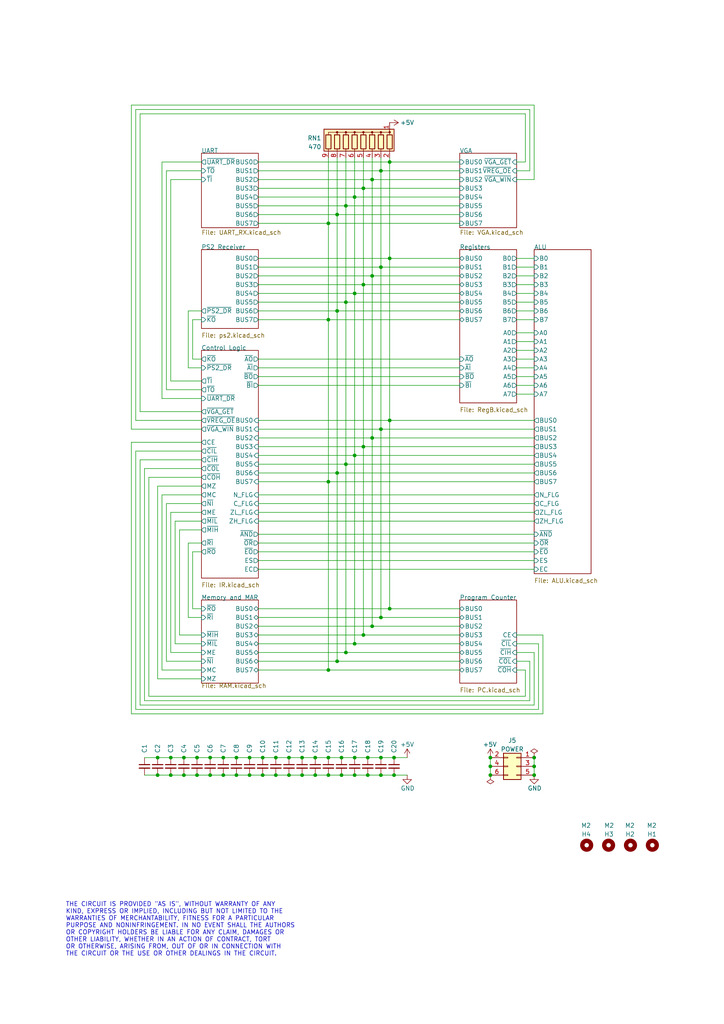
<source format=kicad_sch>
(kicad_sch (version 20250114) (generator "eeschema") (generator_version "9.0")
  (paper "A4" portrait)
  (title_block (title "Minimal 64x4 Home Computer") (date "2025-01-09") (rev "1.4 Redux") (comment 2 "creativecommons.org/licenses/by-nc-sa/4.0/") (comment 3 "This work is licensed under CC BY-NC-SA 4.0") (comment 4 "Author: Carsten Herting (slu4)"))
  (lib_symbols
    (symbol "Connector_Generic:Conn_02x03_Odd_Even" (pin_names (offset 1.016) (hide yes))
      (property "Reference" "J" (at 1.27 5.08 0))
      (property "Value" "Conn_02x03_Odd_Even" (at 1.27 -5.08 0))
      (symbol "Conn_02x03_Odd_Even_1_1"
        (rectangle (start -1.27 3.81) (end 3.81 -3.81) (stroke (width 0.254)) (fill (type background)))
        (rectangle (start -1.27 2.667) (end 0 2.413) (stroke (width 0.1524)))
        (rectangle (start -1.27 0.127) (end 0 -0.127) (stroke (width 0.1524)))
        (rectangle (start -1.27 -2.413) (end 0 -2.667) (stroke (width 0.1524)))
        (rectangle (start 3.81 2.667) (end 2.54 2.413) (stroke (width 0.1524)))
        (rectangle (start 3.81 0.127) (end 2.54 -0.127) (stroke (width 0.1524)))
        (rectangle (start 3.81 -2.413) (end 2.54 -2.667) (stroke (width 0.1524)))
        (pin passive line (at -5.08 2.54 0) (length 3.81) (name "Pin_1") (number "1"))
        (pin passive line (at -5.08 0 0) (length 3.81) (name "Pin_3") (number "3"))
        (pin passive line (at -5.08 -2.54 0) (length 3.81) (name "Pin_5") (number "5"))
        (pin passive line (at 7.62 2.54 180) (length 3.81) (name "Pin_2") (number "2"))
        (pin passive line (at 7.62 0 180) (length 3.81) (name "Pin_4") (number "4"))
        (pin passive line (at 7.62 -2.54 180) (length 3.81) (name "Pin_6") (number "6"))
      )
    )
    (symbol "Device:C_Small" (pin_numbers (hide yes)) (pin_names (offset 0.254) (hide yes))
      (property "Reference" "C" (at 0.254 1.778 0))
      (property "Value" "C_Small" (at 0.254 -2.032 0))
      (symbol "C_Small_0_1"
        (polyline (pts (xy -1.524 0.508) (xy 1.524 0.508)) (stroke (width 0.3048)))
        (polyline (pts (xy -1.524 -0.508) (xy 1.524 -0.508)) (stroke (width 0.3302)))
      )
      (symbol "C_Small_1_1"
        (pin passive line (at 0 2.54 270) (length 2.032) (name "~") (number "1"))
        (pin passive line (at 0 -2.54 90) (length 2.032) (name "~") (number "2"))
      )
    )
    (symbol "Device:R_Network08" (pin_names (offset 0) (hide yes))
      (property "Reference" "RN" (at -12.7 0 90))
      (property "Value" "R_Network08" (at 10.16 0 90))
      (symbol "R_Network08_0_1"
        (rectangle (start -11.43 -3.175) (end 8.89 3.175) (stroke (width 0.254)) (fill (type background)))
        (rectangle (start -10.922 1.524) (end -9.398 -2.54) (stroke (width 0.254)))
        (circle (center -10.16 2.286) (radius 0.254) (fill (type outline)))
        (polyline (pts (xy -10.16 1.524) (xy -10.16 2.286) (xy -7.62 2.286) (xy -7.62 1.524)))
        (polyline (pts (xy -10.16 -2.54) (xy -10.16 -3.81)))
        (rectangle (start -8.382 1.524) (end -6.858 -2.54) (stroke (width 0.254)))
        (circle (center -7.62 2.286) (radius 0.254) (fill (type outline)))
        (polyline (pts (xy -7.62 1.524) (xy -7.62 2.286) (xy -5.08 2.286) (xy -5.08 1.524)))
        (polyline (pts (xy -7.62 -2.54) (xy -7.62 -3.81)))
        (rectangle (start -5.842 1.524) (end -4.318 -2.54) (stroke (width 0.254)))
        (circle (center -5.08 2.286) (radius 0.254) (fill (type outline)))
        (polyline (pts (xy -5.08 1.524) (xy -5.08 2.286) (xy -2.54 2.286) (xy -2.54 1.524)))
        (polyline (pts (xy -5.08 -2.54) (xy -5.08 -3.81)))
        (rectangle (start -3.302 1.524) (end -1.778 -2.54) (stroke (width 0.254)))
        (circle (center -2.54 2.286) (radius 0.254) (fill (type outline)))
        (polyline (pts (xy -2.54 1.524) (xy -2.54 2.286) (xy 0 2.286) (xy 0 1.524)))
        (polyline (pts (xy -2.54 -2.54) (xy -2.54 -3.81)))
        (rectangle (start -0.762 1.524) (end 0.762 -2.54) (stroke (width 0.254)))
        (circle (center 0 2.286) (radius 0.254) (fill (type outline)))
        (polyline (pts (xy 0 1.524) (xy 0 2.286) (xy 2.54 2.286) (xy 2.54 1.524)))
        (polyline (pts (xy 0 -2.54) (xy 0 -3.81)))
        (rectangle (start 1.778 1.524) (end 3.302 -2.54) (stroke (width 0.254)))
        (circle (center 2.54 2.286) (radius 0.254) (fill (type outline)))
        (polyline (pts (xy 2.54 1.524) (xy 2.54 2.286) (xy 5.08 2.286) (xy 5.08 1.524)))
        (polyline (pts (xy 2.54 -2.54) (xy 2.54 -3.81)))
        (rectangle (start 4.318 1.524) (end 5.842 -2.54) (stroke (width 0.254)))
        (circle (center 5.08 2.286) (radius 0.254) (fill (type outline)))
        (polyline (pts (xy 5.08 1.524) (xy 5.08 2.286) (xy 7.62 2.286) (xy 7.62 1.524)))
        (polyline (pts (xy 5.08 -2.54) (xy 5.08 -3.81)))
        (rectangle (start 6.858 1.524) (end 8.382 -2.54) (stroke (width 0.254)))
        (polyline (pts (xy 7.62 -2.54) (xy 7.62 -3.81)))
      )
      (symbol "R_Network08_1_1"
        (pin passive line (at -10.16 5.08 270) (length 2.54) (name "common") (number "1"))
        (pin passive line (at -10.16 -5.08 90) (length 1.27) (name "R1") (number "2"))
        (pin passive line (at -7.62 -5.08 90) (length 1.27) (name "R2") (number "3"))
        (pin passive line (at -5.08 -5.08 90) (length 1.27) (name "R3") (number "4"))
        (pin passive line (at -2.54 -5.08 90) (length 1.27) (name "R4") (number "5"))
        (pin passive line (at 0 -5.08 90) (length 1.27) (name "R5") (number "6"))
        (pin passive line (at 2.54 -5.08 90) (length 1.27) (name "R6") (number "7"))
        (pin passive line (at 5.08 -5.08 90) (length 1.27) (name "R7") (number "8"))
        (pin passive line (at 7.62 -5.08 90) (length 1.27) (name "R8") (number "9"))
      )
    )
    (symbol "Mechanical:MountingHole" (pin_names (offset 1.016)) (in_bom no)
      (property "Reference" "H" (at 0 5.08 0))
      (property "Value" "MountingHole" (at 0 3.175 0))
      (symbol "MountingHole_0_1"
        (circle (center 0 0) (radius 1.27) (stroke (width 1.27)))
      )
    )
    (symbol "power:+5V" (power) (pin_numbers (hide yes)) (pin_names (offset 0) (hide yes))
      (property "Value" "+5V" (at 0 3.556 0))
      (symbol "+5V_0_1"
        (polyline (pts (xy -0.762 1.27) (xy 0 2.54)))
        (polyline (pts (xy 0 2.54) (xy 0.762 1.27)))
        (polyline (pts (xy 0 0) (xy 0 2.54)))
      )
      (symbol "+5V_1_1"
        (pin power_in line (at 0 0 90) (length 0) (name "~") (number "1"))
      )
    )
    (symbol "power:GND" (power) (pin_numbers (hide yes)) (pin_names (offset 0) (hide yes))
      (property "Value" "GND" (at 0 -3.81 0))
      (symbol "GND_0_1"
        (polyline (pts (xy 0 0) (xy 0 -1.27) (xy 1.27 -1.27) (xy 0 -2.54) (xy -1.27 -1.27) (xy 0 -1.27)))
      )
      (symbol "GND_1_1"
        (pin power_in line (at 0 0 270) (length 0) (name "~") (number "1"))
      )
    )
    (symbol "power:PWR_FLAG" (power) (pin_numbers (hide yes)) (pin_names (offset 0) (hide yes))
      (property "Value" "PWR_FLAG" (at 0 3.81 0))
      (symbol "PWR_FLAG_0_0"
        (pin power_out line (at 0 0 90) (length 0) (name "~") (number "1"))
      )
      (symbol "PWR_FLAG_0_1"
        (polyline (pts (xy 0 0) (xy 0 1.27) (xy -1.016 1.905) (xy 0 2.54) (xy 1.016 1.905) (xy 0 1.27)))
      )
    )
  )
  (text "THE CIRCUIT IS PROVIDED \"AS IS\", WITHOUT WARRANTY OF ANY\nKIND, EXPRESS OR IMPLIED, INCLUDING BUT NOT LIMITED TO THE\nWARRANTIES OF MERCHANTABILITY, FITNESS FOR A PARTICULAR\nPURPOSE AND NONINFRINGEMENT. IN NO EVENT SHALL THE AUTHORS\nOR COPYRIGHT HOLDERS BE LIABLE FOR ANY CLAIM, DAMAGES OR\nOTHER LIABILITY, WHETHER IN AN ACTION OF CONTRACT, TORT\nOR OTHERWISE, ARISING FROM, OUT OF OR IN CONNECTION WITH\nTHE CIRCUIT OR THE USE OR OTHER DEALINGS IN THE CIRCUIT." (at 19.05 261.62 0) (effects (font (size 1.27 1.27)) (justify left top)))
  (junction (at 95.25 219.71))
  (junction (at 113.03 74.93))
  (junction (at 64.77 219.71))
  (junction (at 102.87 186.69))
  (junction (at 107.95 181.61))
  (junction (at 60.96 224.79))
  (junction (at 110.49 49.53))
  (junction (at 107.95 80.01))
  (junction (at 91.44 224.79))
  (junction (at 95.25 194.31))
  (junction (at 95.25 92.71))
  (junction (at 95.25 139.7))
  (junction (at 99.06 224.79))
  (junction (at 105.41 82.55))
  (junction (at 100.33 87.63))
  (junction (at 97.79 137.16))
  (junction (at 45.72 224.79))
  (junction (at 87.63 224.79))
  (junction (at 76.2 224.79))
  (junction (at 102.87 85.09))
  (junction (at 68.58 224.79))
  (junction (at 110.49 77.47))
  (junction (at 105.41 129.54))
  (junction (at 91.44 219.71))
  (junction (at 80.01 224.79))
  (junction (at 97.79 191.77))
  (junction (at 97.79 90.17))
  (junction (at 113.03 46.99))
  (junction (at 154.94 224.79))
  (junction (at 110.49 124.46))
  (junction (at 114.3 219.71))
  (junction (at 102.87 224.79))
  (junction (at 57.15 219.71))
  (junction (at 154.94 222.25))
  (junction (at 102.87 57.15))
  (junction (at 49.53 224.79))
  (junction (at 49.53 219.71))
  (junction (at 95.25 224.79))
  (junction (at 76.2 219.71))
  (junction (at 142.24 224.79))
  (junction (at 83.82 224.79))
  (junction (at 110.49 219.71))
  (junction (at 106.68 219.71))
  (junction (at 106.68 224.79))
  (junction (at 110.49 224.79))
  (junction (at 57.15 224.79))
  (junction (at 97.79 62.23))
  (junction (at 102.87 132.08))
  (junction (at 105.41 54.61))
  (junction (at 83.82 219.71))
  (junction (at 95.25 64.77))
  (junction (at 100.33 189.23))
  (junction (at 107.95 52.07))
  (junction (at 72.39 224.79))
  (junction (at 113.03 176.53))
  (junction (at 99.06 219.71))
  (junction (at 102.87 219.71))
  (junction (at 105.41 184.15))
  (junction (at 110.49 179.07))
  (junction (at 80.01 219.71))
  (junction (at 142.24 219.71))
  (junction (at 53.34 219.71))
  (junction (at 72.39 219.71))
  (junction (at 100.33 134.62))
  (junction (at 113.03 121.92))
  (junction (at 60.96 219.71))
  (junction (at 154.94 219.71))
  (junction (at 107.95 127))
  (junction (at 87.63 219.71))
  (junction (at 142.24 222.25))
  (junction (at 64.77 224.79))
  (junction (at 114.3 224.79))
  (junction (at 53.34 224.79))
  (junction (at 100.33 59.69))
  (junction (at 68.58 219.71))
  (junction (at 45.72 219.71))
  (wire (pts (xy 95.25 92.71) (xy 95.25 139.7)))
  (wire (pts (xy 74.93 179.07) (xy 110.49 179.07)))
  (wire (pts (xy 154.94 92.71) (xy 149.86 92.71)))
  (wire (pts (xy 60.96 219.71) (xy 64.77 219.71)))
  (wire (pts (xy 80.01 224.79) (xy 83.82 224.79)))
  (wire (pts (xy 97.79 137.16) (xy 97.79 191.77)))
  (wire (pts (xy 100.33 87.63) (xy 74.93 87.63)))
  (wire (pts (xy 152.4 194.31) (xy 149.86 194.31)))
  (wire (pts (xy 110.49 124.46) (xy 154.94 124.46)))
  (wire (pts (xy 45.72 224.79) (xy 49.53 224.79)))
  (wire (pts (xy 149.86 111.76) (xy 154.94 111.76)))
  (wire (pts (xy 38.1 207.01) (xy 157.48 207.01)))
  (wire (pts (xy 74.93 151.13) (xy 154.94 151.13)))
  (wire (pts (xy 38.1 128.27) (xy 38.1 207.01)))
  (wire (pts (xy 83.82 224.79) (xy 87.63 224.79)))
  (wire (pts (xy 102.87 57.15) (xy 133.35 57.15)))
  (wire (pts (xy 105.41 184.15) (xy 133.35 184.15)))
  (wire (pts (xy 72.39 224.79) (xy 76.2 224.79)))
  (wire (pts (xy 152.4 194.31) (xy 152.4 201.93)))
  (wire (pts (xy 74.93 181.61) (xy 107.95 181.61)))
  (wire (pts (xy 74.93 132.08) (xy 102.87 132.08)))
  (wire (pts (xy 107.95 127) (xy 154.94 127)))
  (wire (pts (xy 102.87 224.79) (xy 106.68 224.79)))
  (wire (pts (xy 76.2 224.79) (xy 80.01 224.79)))
  (wire (pts (xy 105.41 129.54) (xy 74.93 129.54)))
  (wire (pts (xy 113.03 121.92) (xy 154.94 121.92)))
  (wire (pts (xy 107.95 45.72) (xy 107.95 52.07)))
  (wire (pts (xy 76.2 219.71) (xy 80.01 219.71)))
  (wire (pts (xy 49.53 189.23) (xy 58.42 189.23)))
  (wire (pts (xy 100.33 59.69) (xy 100.33 87.63)))
  (wire (pts (xy 55.88 104.14) (xy 55.88 92.71)))
  (wire (pts (xy 54.61 90.17) (xy 58.42 90.17)))
  (wire (pts (xy 157.48 184.15) (xy 157.48 207.01)))
  (wire (pts (xy 102.87 57.15) (xy 102.87 85.09)))
  (wire (pts (xy 87.63 224.79) (xy 91.44 224.79)))
  (wire (pts (xy 105.41 129.54) (xy 105.41 184.15)))
  (wire (pts (xy 58.42 138.43) (xy 43.18 138.43)))
  (wire (pts (xy 74.93 46.99) (xy 113.03 46.99)))
  (wire (pts (xy 38.1 30.48) (xy 154.94 30.48)))
  (wire (pts (xy 100.33 134.62) (xy 74.93 134.62)))
  (wire (pts (xy 58.42 148.59) (xy 49.53 148.59)))
  (wire (pts (xy 74.93 62.23) (xy 97.79 62.23)))
  (wire (pts (xy 49.53 219.71) (xy 53.34 219.71)))
  (wire (pts (xy 110.49 219.71) (xy 114.3 219.71)))
  (wire (pts (xy 95.25 64.77) (xy 95.25 92.71)))
  (wire (pts (xy 106.68 219.71) (xy 110.49 219.71)))
  (wire (pts (xy 80.01 219.71) (xy 83.82 219.71)))
  (wire (pts (xy 58.42 160.02) (xy 55.88 160.02)))
  (wire (pts (xy 149.86 104.14) (xy 154.94 104.14)))
  (wire (pts (xy 74.93 121.92) (xy 113.03 121.92)))
  (wire (pts (xy 41.91 219.71) (xy 45.72 219.71)))
  (wire (pts (xy 74.93 160.02) (xy 154.94 160.02)))
  (wire (pts (xy 50.8 186.69) (xy 58.42 186.69)))
  (wire (pts (xy 74.93 127) (xy 107.95 127)))
  (wire (pts (xy 45.72 140.97) (xy 58.42 140.97)))
  (wire (pts (xy 48.26 49.53) (xy 48.26 113.03)))
  (wire (pts (xy 152.4 46.99) (xy 152.4 33.02)))
  (wire (pts (xy 110.49 45.72) (xy 110.49 49.53)))
  (wire (pts (xy 52.07 153.67) (xy 52.07 184.15)))
  (wire (pts (xy 49.53 224.79) (xy 53.34 224.79)))
  (wire (pts (xy 95.25 194.31) (xy 133.35 194.31)))
  (wire (pts (xy 74.93 154.94) (xy 154.94 154.94)))
  (wire (pts (xy 58.42 151.13) (xy 50.8 151.13)))
  (wire (pts (xy 46.99 46.99) (xy 58.42 46.99)))
  (wire (pts (xy 50.8 151.13) (xy 50.8 186.69)))
  (wire (pts (xy 105.41 129.54) (xy 154.94 129.54)))
  (wire (pts (xy 142.24 224.79) (xy 142.24 222.25)))
  (wire (pts (xy 74.93 59.69) (xy 100.33 59.69)))
  (wire (pts (xy 74.93 111.76) (xy 133.35 111.76)))
  (wire (pts (xy 74.93 104.14) (xy 133.35 104.14)))
  (wire (pts (xy 95.25 224.79) (xy 99.06 224.79)))
  (wire (pts (xy 54.61 179.07) (xy 58.42 179.07)))
  (wire (pts (xy 74.93 189.23) (xy 100.33 189.23)))
  (wire (pts (xy 74.93 176.53) (xy 113.03 176.53)))
  (wire (pts (xy 97.79 137.16) (xy 154.94 137.16)))
  (wire (pts (xy 58.42 130.81) (xy 39.37 130.81)))
  (wire (pts (xy 156.21 186.69) (xy 149.86 186.69)))
  (wire (pts (xy 68.58 224.79) (xy 72.39 224.79)))
  (wire (pts (xy 149.86 46.99) (xy 152.4 46.99)))
  (wire (pts (xy 58.42 196.85) (xy 45.72 196.85)))
  (wire (pts (xy 54.61 157.48) (xy 54.61 179.07)))
  (wire (pts (xy 74.93 162.56) (xy 154.94 162.56)))
  (wire (pts (xy 74.93 109.22) (xy 133.35 109.22)))
  (wire (pts (xy 100.33 87.63) (xy 100.33 134.62)))
  (wire (pts (xy 110.49 224.79) (xy 114.3 224.79)))
  (wire (pts (xy 74.93 92.71) (xy 95.25 92.71)))
  (wire (pts (xy 46.99 143.51) (xy 58.42 143.51)))
  (wire (pts (xy 102.87 132.08) (xy 102.87 186.69)))
  (wire (pts (xy 149.86 85.09) (xy 154.94 85.09)))
  (wire (pts (xy 55.88 92.71) (xy 58.42 92.71)))
  (wire (pts (xy 153.67 191.77) (xy 153.67 203.2)))
  (wire (pts (xy 91.44 224.79) (xy 95.25 224.79)))
  (wire (pts (xy 105.41 45.72) (xy 105.41 54.61)))
  (wire (pts (xy 74.93 106.68) (xy 133.35 106.68)))
  (wire (pts (xy 58.42 110.49) (xy 49.53 110.49)))
  (wire (pts (xy 38.1 124.46) (xy 38.1 30.48)))
  (wire (pts (xy 74.93 85.09) (xy 102.87 85.09)))
  (wire (pts (xy 149.86 106.68) (xy 154.94 106.68)))
  (wire (pts (xy 95.25 139.7) (xy 74.93 139.7)))
  (wire (pts (xy 149.86 49.53) (xy 153.67 49.53)))
  (wire (pts (xy 149.86 189.23) (xy 154.94 189.23)))
  (wire (pts (xy 154.94 224.79) (xy 154.94 222.25)))
  (wire (pts (xy 41.91 135.89) (xy 41.91 203.2)))
  (wire (pts (xy 149.86 99.06) (xy 154.94 99.06)))
  (wire (pts (xy 54.61 106.68) (xy 54.61 90.17)))
  (wire (pts (xy 154.94 82.55) (xy 149.86 82.55)))
  (wire (pts (xy 95.25 45.72) (xy 95.25 64.77)))
  (wire (pts (xy 106.68 224.79) (xy 110.49 224.79)))
  (wire (pts (xy 53.34 219.71) (xy 57.15 219.71)))
  (wire (pts (xy 113.03 45.72) (xy 113.03 46.99)))
  (wire (pts (xy 100.33 189.23) (xy 133.35 189.23)))
  (wire (pts (xy 74.93 64.77) (xy 95.25 64.77)))
  (wire (pts (xy 49.53 52.07) (xy 58.42 52.07)))
  (wire (pts (xy 72.39 219.71) (xy 76.2 219.71)))
  (wire (pts (xy 58.42 119.38) (xy 40.64 119.38)))
  (wire (pts (xy 149.86 96.52) (xy 154.94 96.52)))
  (wire (pts (xy 99.06 224.79) (xy 102.87 224.79)))
  (wire (pts (xy 41.91 203.2) (xy 153.67 203.2)))
  (wire (pts (xy 58.42 113.03) (xy 48.26 113.03)))
  (wire (pts (xy 55.88 176.53) (xy 55.88 160.02)))
  (wire (pts (xy 154.94 143.51) (xy 74.93 143.51)))
  (wire (pts (xy 99.06 219.71) (xy 102.87 219.71)))
  (wire (pts (xy 74.93 74.93) (xy 113.03 74.93)))
  (wire (pts (xy 100.33 134.62) (xy 100.33 189.23)))
  (wire (pts (xy 102.87 219.71) (xy 106.68 219.71)))
  (wire (pts (xy 154.94 219.71) (xy 154.94 222.25)))
  (wire (pts (xy 133.35 77.47) (xy 110.49 77.47)))
  (wire (pts (xy 39.37 130.81) (xy 39.37 205.74)))
  (wire (pts (xy 74.93 54.61) (xy 105.41 54.61)))
  (wire (pts (xy 102.87 85.09) (xy 102.87 132.08)))
  (wire (pts (xy 64.77 219.71) (xy 68.58 219.71)))
  (wire (pts (xy 58.42 191.77) (xy 48.26 191.77)))
  (wire (pts (xy 110.49 179.07) (xy 133.35 179.07)))
  (wire (pts (xy 58.42 128.27) (xy 38.1 128.27)))
  (wire (pts (xy 60.96 224.79) (xy 64.77 224.79)))
  (wire (pts (xy 149.86 184.15) (xy 157.48 184.15)))
  (wire (pts (xy 156.21 186.69) (xy 156.21 205.74)))
  (wire (pts (xy 154.94 30.48) (xy 154.94 52.07)))
  (wire (pts (xy 58.42 115.57) (xy 46.99 115.57)))
  (wire (pts (xy 45.72 219.71) (xy 49.53 219.71)))
  (wire (pts (xy 74.93 157.48) (xy 154.94 157.48)))
  (wire (pts (xy 58.42 153.67) (xy 52.07 153.67)))
  (wire (pts (xy 41.91 224.79) (xy 45.72 224.79)))
  (wire (pts (xy 40.64 133.35) (xy 40.64 204.47)))
  (wire (pts (xy 149.86 109.22) (xy 154.94 109.22)))
  (wire (pts (xy 55.88 176.53) (xy 58.42 176.53)))
  (wire (pts (xy 95.25 219.71) (xy 99.06 219.71)))
  (wire (pts (xy 107.95 52.07) (xy 107.95 80.01)))
  (wire (pts (xy 105.41 82.55) (xy 105.41 129.54)))
  (wire (pts (xy 149.86 80.01) (xy 154.94 80.01)))
  (wire (pts (xy 154.94 189.23) (xy 154.94 204.47)))
  (wire (pts (xy 100.33 87.63) (xy 133.35 87.63)))
  (wire (pts (xy 105.41 82.55) (xy 74.93 82.55)))
  (wire (pts (xy 105.41 54.61) (xy 105.41 82.55)))
  (wire (pts (xy 48.26 146.05) (xy 48.26 191.77)))
  (wire (pts (xy 113.03 46.99) (xy 133.35 46.99)))
  (wire (pts (xy 55.88 104.14) (xy 58.42 104.14)))
  (wire (pts (xy 133.35 64.77) (xy 95.25 64.77)))
  (wire (pts (xy 97.79 62.23) (xy 97.79 90.17)))
  (wire (pts (xy 74.93 186.69) (xy 102.87 186.69)))
  (wire (pts (xy 107.95 127) (xy 107.95 181.61)))
  (wire (pts (xy 91.44 219.71) (xy 95.25 219.71)))
  (wire (pts (xy 68.58 219.71) (xy 72.39 219.71)))
  (wire (pts (xy 100.33 59.69) (xy 133.35 59.69)))
  (wire (pts (xy 133.35 54.61) (xy 105.41 54.61)))
  (wire (pts (xy 54.61 106.68) (xy 58.42 106.68)))
  (wire (pts (xy 74.93 184.15) (xy 105.41 184.15)))
  (wire (pts (xy 97.79 45.72) (xy 97.79 62.23)))
  (wire (pts (xy 87.63 219.71) (xy 91.44 219.71)))
  (wire (pts (xy 110.49 124.46) (xy 74.93 124.46)))
  (wire (pts (xy 102.87 186.69) (xy 133.35 186.69)))
  (wire (pts (xy 149.86 77.47) (xy 154.94 77.47)))
  (wire (pts (xy 58.42 49.53) (xy 48.26 49.53)))
  (wire (pts (xy 49.53 110.49) (xy 49.53 52.07)))
  (wire (pts (xy 113.03 176.53) (xy 133.35 176.53)))
  (wire (pts (xy 57.15 224.79) (xy 60.96 224.79)))
  (wire (pts (xy 97.79 90.17) (xy 97.79 137.16)))
  (wire (pts (xy 156.21 205.74) (xy 39.37 205.74)))
  (wire (pts (xy 74.93 57.15) (xy 102.87 57.15)))
  (wire (pts (xy 110.49 124.46) (xy 110.49 179.07)))
  (wire (pts (xy 100.33 45.72) (xy 100.33 59.69)))
  (wire (pts (xy 149.86 90.17) (xy 154.94 90.17)))
  (wire (pts (xy 154.94 204.47) (xy 40.64 204.47)))
  (wire (pts (xy 110.49 49.53) (xy 110.49 77.47)))
  (wire (pts (xy 58.42 146.05) (xy 48.26 146.05)))
  (wire (pts (xy 46.99 194.31) (xy 46.99 143.51)))
  (wire (pts (xy 74.93 80.01) (xy 107.95 80.01)))
  (wire (pts (xy 110.49 49.53) (xy 133.35 49.53)))
  (wire (pts (xy 107.95 181.61) (xy 133.35 181.61)))
  (wire (pts (xy 74.93 191.77) (xy 97.79 191.77)))
  (wire (pts (xy 154.94 52.07) (xy 149.86 52.07)))
  (wire (pts (xy 152.4 201.93) (xy 43.18 201.93)))
  (wire (pts (xy 45.72 196.85) (xy 45.72 140.97)))
  (wire (pts (xy 39.37 121.92) (xy 58.42 121.92)))
  (wire (pts (xy 149.86 114.3) (xy 154.94 114.3)))
  (wire (pts (xy 113.03 46.99) (xy 113.03 74.93)))
  (wire (pts (xy 97.79 62.23) (xy 133.35 62.23)))
  (wire (pts (xy 133.35 85.09) (xy 102.87 85.09)))
  (wire (pts (xy 83.82 219.71) (xy 87.63 219.71)))
  (wire (pts (xy 46.99 115.57) (xy 46.99 46.99)))
  (wire (pts (xy 74.93 137.16) (xy 97.79 137.16)))
  (wire (pts (xy 95.25 139.7) (xy 154.94 139.7)))
  (wire (pts (xy 74.93 52.07) (xy 107.95 52.07)))
  (wire (pts (xy 153.67 49.53) (xy 153.67 31.75)))
  (wire (pts (xy 57.15 219.71) (xy 60.96 219.71)))
  (wire (pts (xy 107.95 80.01) (xy 107.95 127)))
  (wire (pts (xy 49.53 148.59) (xy 49.53 189.23)))
  (wire (pts (xy 58.42 194.31) (xy 46.99 194.31)))
  (wire (pts (xy 64.77 224.79) (xy 68.58 224.79)))
  (wire (pts (xy 40.64 33.02) (xy 40.64 119.38)))
  (wire (pts (xy 133.35 92.71) (xy 95.25 92.71)))
  (wire (pts (xy 102.87 132.08) (xy 154.94 132.08)))
  (wire (pts (xy 113.03 74.93) (xy 113.03 121.92)))
  (wire (pts (xy 114.3 224.79) (xy 118.11 224.79)))
  (wire (pts (xy 107.95 52.07) (xy 133.35 52.07)))
  (wire (pts (xy 39.37 31.75) (xy 39.37 121.92)))
  (wire (pts (xy 153.67 31.75) (xy 39.37 31.75)))
  (wire (pts (xy 154.94 146.05) (xy 74.93 146.05)))
  (wire (pts (xy 133.35 80.01) (xy 107.95 80.01)))
  (wire (pts (xy 110.49 77.47) (xy 74.93 77.47)))
  (wire (pts (xy 154.94 148.59) (xy 74.93 148.59)))
  (wire (pts (xy 74.93 90.17) (xy 97.79 90.17)))
  (wire (pts (xy 74.93 49.53) (xy 110.49 49.53)))
  (wire (pts (xy 102.87 45.72) (xy 102.87 57.15)))
  (wire (pts (xy 58.42 124.46) (xy 38.1 124.46)))
  (wire (pts (xy 154.94 87.63) (xy 149.86 87.63)))
  (wire (pts (xy 100.33 134.62) (xy 154.94 134.62)))
  (wire (pts (xy 74.93 194.31) (xy 95.25 194.31)))
  (wire (pts (xy 149.86 101.6) (xy 154.94 101.6)))
  (wire (pts (xy 58.42 133.35) (xy 40.64 133.35)))
  (wire (pts (xy 58.42 157.48) (xy 54.61 157.48)))
  (wire (pts (xy 43.18 138.43) (xy 43.18 201.93)))
  (wire (pts (xy 110.49 77.47) (xy 110.49 124.46)))
  (wire (pts (xy 142.24 219.71) (xy 142.24 222.25)))
  (wire (pts (xy 52.07 184.15) (xy 58.42 184.15)))
  (wire (pts (xy 58.42 135.89) (xy 41.91 135.89)))
  (wire (pts (xy 97.79 191.77) (xy 133.35 191.77)))
  (wire (pts (xy 53.34 224.79) (xy 57.15 224.79)))
  (wire (pts (xy 153.67 191.77) (xy 149.86 191.77)))
  (wire (pts (xy 95.25 139.7) (xy 95.25 194.31)))
  (wire (pts (xy 74.93 165.1) (xy 154.94 165.1)))
  (wire (pts (xy 133.35 74.93) (xy 113.03 74.93)))
  (wire (pts (xy 113.03 121.92) (xy 113.03 176.53)))
  (wire (pts (xy 114.3 219.71) (xy 118.11 219.71)))
  (wire (pts (xy 105.41 82.55) (xy 133.35 82.55)))
  (wire (pts (xy 149.86 74.93) (xy 154.94 74.93)))
  (wire (pts (xy 152.4 33.02) (xy 40.64 33.02)))
  (wire (pts (xy 133.35 90.17) (xy 97.79 90.17)))
  (symbol (lib_id "Device:C_Small") (at 80.01 222.25 0) (unit 1)
    (property "Reference" "C11" (at 80.01 218.44 90) (effects (justify left)))
    (property "Value" "100nF" (effects (hide yes)))
    (property "Footprint" "Capacitor_THT:C_Disc_D3.4mm_W2.1mm_P2.50mm" (effects (hide yes)))
    (property "Description" "Unpolarized capacitor, small symbol" (effects (hide yes)))
  )
  (symbol (lib_id "Mechanical:MountingHole") (at 182.88 245.11 270) (unit 1)
    (property "Reference" "H2" (at 184.15 241.9319 90) (effects (justify right)))
    (property "Value" "M2" (at 184.15 239.395 90) (effects (justify right)))
    (property "Footprint" "MountingHole:MountingHole_2.2mm_M2" (effects (hide yes)))
    (property "Description" "Mounting Hole without connection" (effects (hide yes)))
  )
  (symbol (lib_id "power:GND") (at 118.11 224.79 0) (mirror y) (unit 1)
    (property "Reference" "#PWR02" (effects (hide yes)))
    (property "Value" "GND" (at 116.205 228.6 0) (effects (justify right)))
    (property "Description" "Power symbol creates a global label with name \"GND\" , ground" (effects (hide yes)))
  )
  (symbol (lib_id "Mechanical:MountingHole") (at 189.23 245.11 270) (unit 1)
    (property "Reference" "H1" (at 190.5 241.9319 90) (effects (justify right)))
    (property "Value" "M2" (at 190.5 239.395 90) (effects (justify right)))
    (property "Footprint" "MountingHole:MountingHole_2.2mm_M2" (effects (hide yes)))
    (property "Description" "Mounting Hole without connection" (effects (hide yes)))
  )
  (symbol (lib_id "Device:C_Small") (at 57.15 222.25 0) (unit 1)
    (property "Reference" "C5" (at 57.15 218.44 90) (effects (justify left)))
    (property "Value" "100nF" (effects (hide yes)))
    (property "Footprint" "Capacitor_THT:C_Disc_D3.4mm_W2.1mm_P2.50mm" (effects (hide yes)))
    (property "Description" "Unpolarized capacitor, small symbol" (effects (hide yes)))
  )
  (symbol (lib_id "Device:C_Small") (at 83.82 222.25 0) (unit 1)
    (property "Reference" "C12" (at 83.82 218.44 90) (effects (justify left)))
    (property "Value" "100nF" (effects (hide yes)))
    (property "Footprint" "Capacitor_THT:C_Disc_D3.4mm_W2.1mm_P2.50mm" (effects (hide yes)))
    (property "Description" "Unpolarized capacitor, small symbol" (effects (hide yes)))
  )
  (symbol (lib_id "Device:C_Small") (at 87.63 222.25 0) (unit 1)
    (property "Reference" "C13" (at 87.63 218.44 90) (effects (justify left)))
    (property "Value" "100nF" (effects (hide yes)))
    (property "Footprint" "Capacitor_THT:C_Disc_D3.4mm_W2.1mm_P2.50mm" (effects (hide yes)))
    (property "Description" "Unpolarized capacitor, small symbol" (effects (hide yes)))
  )
  (symbol (lib_id "power:+5V") (at 118.11 219.71 0) (unit 1)
    (property "Reference" "#PWR01" (effects (hide yes)))
    (property "Value" "+5V" (at 118.11 215.9 0))
    (property "Description" "Power symbol creates a global label with name \"+5V\"" (effects (hide yes)))
  )
  (symbol (lib_id "power:PWR_FLAG") (at 154.94 219.71 0) (mirror y) (unit 1)
    (property "Reference" "#FLG02" (effects (hide yes)))
    (property "Value" "PWR_FLAG" (effects (hide yes)))
    (property "Description" "Special symbol for telling ERC where power comes from" (effects (hide yes)))
  )
  (symbol (lib_id "Connector_Generic:Conn_02x03_Odd_Even") (at 149.86 222.25 0) (mirror y) (unit 1)
    (property "Reference" "J5" (at 148.59 214.7402 0))
    (property "Value" "POWER" (at 148.59 217.2771 0))
    (property "Footprint" "Connector_PinSocket_2.54mm:PinSocket_2x03_P2.54mm_Vertical" (effects (hide yes)))
    (property "Description" "Generic connector, double row, 02x03, odd/even pin numbering scheme (row 1 odd numbers, row 2 even numbers), script generated (kicad-library-utils/schlib/autogen/connector/)" (effects (hide yes)))
  )
  (symbol (lib_id "Device:C_Small") (at 49.53 222.25 0) (unit 1)
    (property "Reference" "C3" (at 49.53 218.44 90) (effects (justify left)))
    (property "Value" "100nF" (effects (hide yes)))
    (property "Footprint" "Capacitor_THT:C_Disc_D3.4mm_W2.1mm_P2.50mm" (effects (hide yes)))
    (property "Description" "Unpolarized capacitor, small symbol" (effects (hide yes)))
  )
  (symbol (lib_id "power:+5V") (at 142.24 219.71 0) (mirror y) (unit 1)
    (property "Reference" "#PWR05" (effects (hide yes)))
    (property "Value" "+5V" (at 144.145 215.9 0) (effects (justify left)))
    (property "Description" "Power symbol creates a global label with name \"+5V\"" (effects (hide yes)))
  )
  (symbol (lib_id "Device:C_Small") (at 45.72 222.25 0) (unit 1)
    (property "Reference" "C2" (at 45.72 218.44 90) (effects (justify left)))
    (property "Value" "100nF" (effects (hide yes)))
    (property "Footprint" "Capacitor_THT:C_Disc_D3.4mm_W2.1mm_P2.50mm" (effects (hide yes)))
    (property "Description" "Unpolarized capacitor, small symbol" (effects (hide yes)))
  )
  (symbol (lib_id "Device:C_Small") (at 76.2 222.25 0) (unit 1)
    (property "Reference" "C10" (at 76.2 218.44 90) (effects (justify left)))
    (property "Value" "100nF" (effects (hide yes)))
    (property "Footprint" "Capacitor_THT:C_Disc_D3.4mm_W2.1mm_P2.50mm" (effects (hide yes)))
    (property "Description" "Unpolarized capacitor, small symbol" (effects (hide yes)))
  )
  (symbol (lib_id "Device:C_Small") (at 99.06 222.25 0) (unit 1)
    (property "Reference" "C16" (at 99.06 218.44 90) (effects (justify left)))
    (property "Value" "100nF" (effects (hide yes)))
    (property "Footprint" "Capacitor_THT:C_Disc_D3.4mm_W2.1mm_P2.50mm" (effects (hide yes)))
    (property "Description" "Unpolarized capacitor, small symbol" (effects (hide yes)))
  )
  (symbol (lib_id "power:GND") (at 154.94 224.79 0) (mirror y) (unit 1)
    (property "Reference" "#PWR016" (effects (hide yes)))
    (property "Value" "GND" (at 153.035 228.6 0) (effects (justify right)))
    (property "Description" "Power symbol creates a global label with name \"GND\" , ground" (effects (hide yes)))
  )
  (symbol (lib_id "Device:C_Small") (at 68.58 222.25 0) (unit 1)
    (property "Reference" "C8" (at 68.58 218.44 90) (effects (justify left)))
    (property "Value" "100nF" (effects (hide yes)))
    (property "Footprint" "Capacitor_THT:C_Disc_D3.4mm_W2.1mm_P2.50mm" (effects (hide yes)))
    (property "Description" "Unpolarized capacitor, small symbol" (effects (hide yes)))
  )
  (symbol (lib_id "Device:C_Small") (at 72.39 222.25 0) (unit 1)
    (property "Reference" "C9" (at 72.39 218.44 90) (effects (justify left)))
    (property "Value" "100nF" (effects (hide yes)))
    (property "Footprint" "Capacitor_THT:C_Disc_D3.4mm_W2.1mm_P2.50mm" (effects (hide yes)))
    (property "Description" "Unpolarized capacitor, small symbol" (effects (hide yes)))
  )
  (symbol (lib_id "Device:C_Small") (at 64.77 222.25 0) (unit 1)
    (property "Reference" "C7" (at 64.77 218.44 90) (effects (justify left)))
    (property "Value" "100nF" (effects (hide yes)))
    (property "Footprint" "Capacitor_THT:C_Disc_D3.4mm_W2.1mm_P2.50mm" (effects (hide yes)))
    (property "Description" "Unpolarized capacitor, small symbol" (effects (hide yes)))
  )
  (symbol (lib_id "power:PWR_FLAG") (at 142.24 224.79 0) (mirror x) (unit 1)
    (property "Reference" "#FLG01" (effects (hide yes)))
    (property "Value" "PWR_FLAG" (effects (hide yes)))
    (property "Description" "Special symbol for telling ERC where power comes from" (effects (hide yes)))
  )
  (symbol (lib_id "Device:C_Small") (at 110.49 222.25 0) (unit 1)
    (property "Reference" "C19" (at 110.49 218.44 90) (effects (justify left)))
    (property "Value" "100nF" (effects (hide yes)))
    (property "Footprint" "Capacitor_THT:C_Disc_D3.4mm_W2.1mm_P2.50mm" (effects (hide yes)))
    (property "Description" "Unpolarized capacitor, small symbol" (effects (hide yes)))
  )
  (symbol (lib_id "power:+5V") (at 113.03 35.56 270) (unit 1)
    (property "Reference" "#PWR0257" (effects (hide yes)))
    (property "Value" "+5V" (at 118.11 35.56 90))
    (property "Description" "Power symbol creates a global label with name \"+5V\"" (effects (hide yes)))
  )
  (symbol (lib_id "Device:C_Small") (at 95.25 222.25 0) (unit 1)
    (property "Reference" "C15" (at 95.25 218.44 90) (effects (justify left)))
    (property "Value" "100nF" (effects (hide yes)))
    (property "Footprint" "Capacitor_THT:C_Disc_D3.4mm_W2.1mm_P2.50mm" (effects (hide yes)))
    (property "Description" "Unpolarized capacitor, small symbol" (effects (hide yes)))
  )
  (symbol (lib_id "Device:C_Small") (at 41.91 222.25 0) (unit 1)
    (property "Reference" "C1" (at 41.91 218.44 90) (effects (justify left)))
    (property "Value" "100nF" (effects (hide yes)))
    (property "Footprint" "Capacitor_THT:C_Disc_D3.4mm_W2.1mm_P2.50mm" (effects (hide yes)))
    (property "Description" "Unpolarized capacitor, small symbol" (effects (hide yes)))
  )
  (symbol (lib_id "Device:C_Small") (at 102.87 222.25 0) (unit 1)
    (property "Reference" "C17" (at 102.87 218.44 90) (effects (justify left)))
    (property "Value" "100nF" (effects (hide yes)))
    (property "Footprint" "Capacitor_THT:C_Disc_D3.4mm_W2.1mm_P2.50mm" (effects (hide yes)))
    (property "Description" "Unpolarized capacitor, small symbol" (effects (hide yes)))
  )
  (symbol (lib_id "Device:R_Network08") (at 102.87 40.64 0) (mirror y) (unit 1)
    (property "Reference" "RN1" (at 93.218 40.0593 0) (effects (justify left)))
    (property "Value" "470" (at 93.218 42.5962 0) (effects (justify left)))
    (property "Footprint" "Resistor_THT:R_Array_SIP9" (effects (hide yes)))
    (property "Datasheet" "http://www.vishay.com/docs/31509/csc.pdf" (effects (hide yes)))
    (property "Description" "8 resistor network, star topology, bussed resistors, small symbol" (effects (hide yes)))
  )
  (symbol (lib_id "Device:C_Small") (at 106.68 222.25 0) (unit 1)
    (property "Reference" "C18" (at 106.68 218.44 90) (effects (justify left)))
    (property "Value" "100nF" (effects (hide yes)))
    (property "Footprint" "Capacitor_THT:C_Disc_D3.4mm_W2.1mm_P2.50mm" (effects (hide yes)))
    (property "Description" "Unpolarized capacitor, small symbol" (effects (hide yes)))
  )
  (symbol (lib_id "Device:C_Small") (at 91.44 222.25 0) (unit 1)
    (property "Reference" "C14" (at 91.44 218.44 90) (effects (justify left)))
    (property "Value" "100nF" (effects (hide yes)))
    (property "Footprint" "Capacitor_THT:C_Disc_D3.4mm_W2.1mm_P2.50mm" (effects (hide yes)))
    (property "Description" "Unpolarized capacitor, small symbol" (effects (hide yes)))
  )
  (symbol (lib_id "Mechanical:MountingHole") (at 176.53 245.11 0) (unit 1)
    (property "Reference" "H3" (at 175.26 241.9319 0) (effects (justify left)))
    (property "Value" "M2" (at 175.26 239.395 0) (effects (justify left)))
    (property "Footprint" "MountingHole:MountingHole_2.2mm_M2" (effects (hide yes)))
    (property "Description" "Mounting Hole without connection" (effects (hide yes)))
  )
  (symbol (lib_id "Device:C_Small") (at 53.34 222.25 0) (unit 1)
    (property "Reference" "C4" (at 53.34 218.44 90) (effects (justify left)))
    (property "Value" "100nF" (effects (hide yes)))
    (property "Footprint" "Capacitor_THT:C_Disc_D3.4mm_W2.1mm_P2.50mm" (effects (hide yes)))
    (property "Description" "Unpolarized capacitor, small symbol" (effects (hide yes)))
  )
  (symbol (lib_id "Device:C_Small") (at 60.96 222.25 0) (unit 1)
    (property "Reference" "C6" (at 60.96 218.44 90) (effects (justify left)))
    (property "Value" "100nF" (effects (hide yes)))
    (property "Footprint" "Capacitor_THT:C_Disc_D3.4mm_W2.1mm_P2.50mm" (effects (hide yes)))
    (property "Description" "Unpolarized capacitor, small symbol" (effects (hide yes)))
  )
  (symbol (lib_id "Device:C_Small") (at 114.3 222.25 0) (unit 1)
    (property "Reference" "C20" (at 114.3 218.44 90) (effects (justify left)))
    (property "Value" "100nF" (effects (hide yes)))
    (property "Footprint" "Capacitor_THT:C_Disc_D3.4mm_W2.1mm_P2.50mm" (effects (hide yes)))
    (property "Description" "Unpolarized capacitor, small symbol" (effects (hide yes)))
  )
  (symbol (lib_id "Mechanical:MountingHole") (at 170.18 245.11 270) (unit 1)
    (property "Reference" "H4" (at 171.45 241.935 90) (effects (justify right)))
    (property "Value" "M2" (at 171.45 239.3981 90) (effects (justify right)))
    (property "Footprint" "MountingHole:MountingHole_2.2mm_M2" (effects (hide yes)))
    (property "Description" "Mounting Hole without connection" (effects (hide yes)))
  )
  (sheet (at 133.35 173.99) (size 16.51 24.13)
    (property "Sheetname" "Program Counter" (at 133.35 173.99 0) (effects (justify left bottom)))
    (property "Sheetfile" "PC.kicad_sch" (at 133.35 199.39 0) (effects (justify left top)))
    (pin "CE" input (at 149.86 184.15 0))
    (pin "~{CIL}" input (at 149.86 186.69 0))
    (pin "~{CIH}" input (at 149.86 189.23 0))
    (pin "~{COH}" input (at 149.86 194.31 0))
    (pin "~{COL}" input (at 149.86 191.77 0))
    (pin "BUS3" tri_state (at 133.35 184.15 180))
    (pin "BUS1" tri_state (at 133.35 179.07 180))
    (pin "BUS0" tri_state (at 133.35 176.53 180))
    (pin "BUS2" tri_state (at 133.35 181.61 180))
    (pin "BUS4" tri_state (at 133.35 186.69 180))
    (pin "BUS6" tri_state (at 133.35 191.77 180))
    (pin "BUS7" tri_state (at 133.35 194.31 180))
    (pin "BUS5" tri_state (at 133.35 189.23 180))
  )
  (sheet (at 58.42 101.6) (size 16.51 66.04)
    (property "Sheetname" "Control Logic" (at 58.42 101.6 0) (effects (justify left bottom)))
    (property "Sheetfile" "IR.kicad_sch" (at 58.42 168.91 0) (effects (justify left top)))
    (pin "BUS0" input (at 74.93 121.92 0))
    (pin "BUS1" input (at 74.93 124.46 0))
    (pin "BUS2" input (at 74.93 127 0))
    (pin "BUS3" input (at 74.93 129.54 0))
    (pin "BUS4" input (at 74.93 132.08 0))
    (pin "BUS5" input (at 74.93 134.62 0))
    (pin "~{AO}" output (at 74.93 104.14 0))
    (pin "~{BO}" output (at 74.93 109.22 0))
    (pin "~{EO}" output (at 74.93 160.02 0))
    (pin "ES" output (at 74.93 162.56 0))
    (pin "EC" output (at 74.93 165.1 0))
    (pin "~{RO}" output (at 58.42 160.02 180))
    (pin "C_FLG" input (at 74.93 146.05 0))
    (pin "~{TO}" output (at 58.42 113.03 180))
    (pin "~{UART_DR}" input (at 58.42 115.57 180))
    (pin "ZL_FLG" input (at 74.93 148.59 0))
    (pin "~{NI}" output (at 58.42 146.05 180))
    (pin "~{MIL}" output (at 58.42 151.13 180))
    (pin "~{MIH}" output (at 58.42 153.67 180))
    (pin "~{CIL}" output (at 58.42 130.81 180))
    (pin "~{CIH}" output (at 58.42 133.35 180))
    (pin "CE" output (at 58.42 128.27 180))
    (pin "ME" output (at 58.42 148.59 180))
    (pin "BUS6" input (at 74.93 137.16 0))
    (pin "BUS7" input (at 74.93 139.7 0))
    (pin "~{COL}" output (at 58.42 135.89 180))
    (pin "~{COH}" output (at 58.42 138.43 180))
    (pin "~{KO}" output (at 58.42 104.14 180))
    (pin "~{PS2_DR}" input (at 58.42 106.68 180))
    (pin "~{OR}" output (at 74.93 157.48 0))
    (pin "~{AND}" output (at 74.93 154.94 0))
    (pin "~{AI}" output (at 74.93 106.68 0))
    (pin "~{BI}" output (at 74.93 111.76 0))
    (pin "~{TI}" output (at 58.42 110.49 180))
    (pin "~{RI}" output (at 58.42 157.48 180))
    (pin "MC" output (at 58.42 143.51 180))
    (pin "~{VREG_OE}" output (at 58.42 121.92 180))
    (pin "MZ" output (at 58.42 140.97 180))
    (pin "N_FLG" input (at 74.93 143.51 0))
    (pin "ZH_FLG" input (at 74.93 151.13 0))
    (pin "~{VGA_WIN}" output (at 58.42 124.46 180))
    (pin "~{VGA_GET}" output (at 58.42 119.38 180))
  )
  (sheet (at 58.42 173.99) (size 16.51 24.13)
    (property "Sheetname" "Memory and MAR" (at 58.42 173.99 0) (effects (justify left bottom)))
    (property "Sheetfile" "RAM.kicad_sch" (at 58.42 198.12 0) (effects (justify left top)))
    (pin "BUS0" bidirectional (at 74.93 176.53 0))
    (pin "BUS1" bidirectional (at 74.93 179.07 0))
    (pin "BUS2" bidirectional (at 74.93 181.61 0))
    (pin "BUS3" bidirectional (at 74.93 184.15 0))
    (pin "BUS4" bidirectional (at 74.93 186.69 0))
    (pin "BUS5" bidirectional (at 74.93 189.23 0))
    (pin "BUS6" bidirectional (at 74.93 191.77 0))
    (pin "BUS7" bidirectional (at 74.93 194.31 0))
    (pin "~{RO}" input (at 58.42 176.53 180))
    (pin "ME" input (at 58.42 189.23 180))
    (pin "~{MIH}" input (at 58.42 184.15 180))
    (pin "~{NI}" input (at 58.42 191.77 180))
    (pin "~{MIL}" input (at 58.42 186.69 180))
    (pin "~{RI}" input (at 58.42 179.07 180))
    (pin "MC" input (at 58.42 194.31 180))
    (pin "MZ" input (at 58.42 196.85 180))
  )
  (sheet (at 154.94 72.39) (size 16.51 93.98)
    (property "Sheetname" "ALU" (at 154.94 72.39 0) (effects (justify left bottom)))
    (property "Sheetfile" "ALU.kicad_sch" (at 154.94 167.64 0) (effects (justify left top)))
    (pin "BUS0" output (at 154.94 121.92 180))
    (pin "BUS1" output (at 154.94 124.46 180))
    (pin "BUS2" output (at 154.94 127 180))
    (pin "BUS3" output (at 154.94 129.54 180))
    (pin "BUS4" output (at 154.94 132.08 180))
    (pin "BUS5" output (at 154.94 134.62 180))
    (pin "BUS6" output (at 154.94 137.16 180))
    (pin "BUS7" output (at 154.94 139.7 180))
    (pin "A0" input (at 154.94 96.52 180))
    (pin "A1" input (at 154.94 99.06 180))
    (pin "A2" input (at 154.94 101.6 180))
    (pin "A3" input (at 154.94 104.14 180))
    (pin "A4" input (at 154.94 106.68 180))
    (pin "A5" input (at 154.94 109.22 180))
    (pin "A6" input (at 154.94 111.76 180))
    (pin "A7" input (at 154.94 114.3 180))
    (pin "B0" input (at 154.94 74.93 180))
    (pin "B1" input (at 154.94 77.47 180))
    (pin "B2" input (at 154.94 80.01 180))
    (pin "B3" input (at 154.94 82.55 180))
    (pin "B4" input (at 154.94 85.09 180))
    (pin "B5" input (at 154.94 87.63 180))
    (pin "B6" input (at 154.94 90.17 180))
    (pin "B7" input (at 154.94 92.71 180))
    (pin "~{EO}" input (at 154.94 160.02 180))
    (pin "ES" input (at 154.94 162.56 180))
    (pin "EC" input (at 154.94 165.1 180))
    (pin "C_FLG" output (at 154.94 146.05 180))
    (pin "ZL_FLG" output (at 154.94 148.59 180))
    (pin "~{AND}" input (at 154.94 154.94 180))
    (pin "~{OR}" input (at 154.94 157.48 180))
    (pin "N_FLG" output (at 154.94 143.51 180))
    (pin "ZH_FLG" output (at 154.94 151.13 180))
  )
  (sheet (at 133.35 72.39) (size 16.51 44.45)
    (property "Sheetname" "Registers" (at 133.35 72.39 0) (effects (justify left bottom)))
    (property "Sheetfile" "RegB.kicad_sch" (at 133.35 118.11 0) (effects (justify left top)))
    (pin "BUS0" bidirectional (at 133.35 74.93 180))
    (pin "BUS1" bidirectional (at 133.35 77.47 180))
    (pin "BUS2" bidirectional (at 133.35 80.01 180))
    (pin "BUS3" bidirectional (at 133.35 82.55 180))
    (pin "BUS4" bidirectional (at 133.35 85.09 180))
    (pin "BUS5" bidirectional (at 133.35 87.63 180))
    (pin "BUS6" bidirectional (at 133.35 90.17 180))
    (pin "BUS7" bidirectional (at 133.35 92.71 180))
    (pin "~{BO}" input (at 133.35 109.22 180))
    (pin "B0" output (at 149.86 74.93 0))
    (pin "B1" output (at 149.86 77.47 0))
    (pin "B2" output (at 149.86 80.01 0))
    (pin "B3" output (at 149.86 82.55 0))
    (pin "B4" output (at 149.86 85.09 0))
    (pin "B5" output (at 149.86 87.63 0))
    (pin "B6" output (at 149.86 90.17 0))
    (pin "B7" output (at 149.86 92.71 0))
    (pin "~{BI}" input (at 133.35 111.76 180))
    (pin "~{AI}" input (at 133.35 106.68 180))
    (pin "~{AO}" input (at 133.35 104.14 180))
    (pin "A4" output (at 149.86 106.68 0))
    (pin "A2" output (at 149.86 101.6 0))
    (pin "A1" output (at 149.86 99.06 0))
    (pin "A3" output (at 149.86 104.14 0))
    (pin "A0" output (at 149.86 96.52 0))
    (pin "A6" output (at 149.86 111.76 0))
    (pin "A7" output (at 149.86 114.3 0))
    (pin "A5" output (at 149.86 109.22 0))
  )
  (sheet (at 58.42 44.45) (size 16.51 21.59)
    (property "Sheetname" "UART" (at 58.42 44.45 0) (effects (justify left bottom)))
    (property "Sheetfile" "UART_RX.kicad_sch" (at 58.42 66.675 0) (effects (justify left top)))
    (pin "BUS0" output (at 74.93 46.99 0))
    (pin "BUS1" output (at 74.93 49.53 0))
    (pin "BUS2" output (at 74.93 52.07 0))
    (pin "BUS3" output (at 74.93 54.61 0))
    (pin "BUS4" output (at 74.93 57.15 0))
    (pin "BUS5" output (at 74.93 59.69 0))
    (pin "BUS6" output (at 74.93 62.23 0))
    (pin "BUS7" output (at 74.93 64.77 0))
    (pin "~{TO}" input (at 58.42 49.53 180))
    (pin "~{UART_DR}" output (at 58.42 46.99 180))
    (pin "~{TI}" input (at 58.42 52.07 180))
  )
  (sheet (at 133.35 44.45) (size 16.51 21.59)
    (property "Sheetname" "VGA" (at 133.35 44.45 0) (effects (justify left bottom)))
    (property "Sheetfile" "VGA.kicad_sch" (at 133.35 66.675 0) (effects (justify left top)))
    (pin "BUS0" input (at 133.35 46.99 180))
    (pin "BUS1" input (at 133.35 49.53 180))
    (pin "BUS2" input (at 133.35 52.07 180))
    (pin "BUS3" input (at 133.35 54.61 180))
    (pin "BUS4" input (at 133.35 57.15 180))
    (pin "BUS5" input (at 133.35 59.69 180))
    (pin "BUS6" input (at 133.35 62.23 180))
    (pin "BUS7" input (at 133.35 64.77 180))
    (pin "~{VGA_GET}" input (at 149.86 46.99 0))
    (pin "~{VREG_OE}" input (at 149.86 49.53 0))
    (pin "~{VGA_WIN}" input (at 149.86 52.07 0))
  )
  (sheet (at 58.42 72.39) (size 16.51 22.86) (stroke (width 0.1524))
    (property "Sheetname" "PS2 Receiver" (at 58.42 72.39 0) (effects (justify left bottom)))
    (property "Sheetfile" "ps2.kicad_sch" (at 58.42 96.52 0) (effects (justify left top)))
    (pin "~{KO}" input (at 58.42 92.71 180))
    (pin "BUS0" output (at 74.93 74.93 0))
    (pin "BUS1" output (at 74.93 77.47 0))
    (pin "BUS3" output (at 74.93 82.55 0))
    (pin "BUS4" output (at 74.93 85.09 0))
    (pin "BUS2" output (at 74.93 80.01 0))
    (pin "BUS5" output (at 74.93 87.63 0))
    (pin "BUS6" output (at 74.93 90.17 0))
    (pin "BUS7" output (at 74.93 92.71 0))
    (pin "~{PS2_DR}" output (at 58.42 90.17 180))
  )
)
</source>
